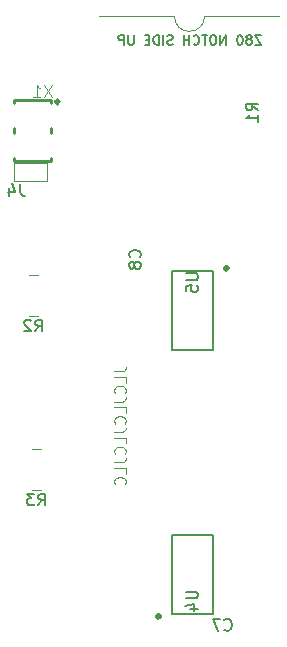
<source format=gbo>
G04 #@! TF.GenerationSoftware,KiCad,Pcbnew,8.0.6*
G04 #@! TF.CreationDate,2024-10-21T20:58:37-03:00*
G04 #@! TF.ProjectId,MSX_Goauld_Rev4_1,4d53585f-476f-4617-956c-645f52657634,rev?*
G04 #@! TF.SameCoordinates,Original*
G04 #@! TF.FileFunction,Legend,Bot*
G04 #@! TF.FilePolarity,Positive*
%FSLAX46Y46*%
G04 Gerber Fmt 4.6, Leading zero omitted, Abs format (unit mm)*
G04 Created by KiCad (PCBNEW 8.0.6) date 2024-10-21 20:58:37*
%MOMM*%
%LPD*%
G01*
G04 APERTURE LIST*
%ADD10C,0.120000*%
%ADD11C,0.100000*%
%ADD12C,0.130000*%
%ADD13C,0.150000*%
%ADD14C,0.250000*%
%ADD15C,0.300000*%
%ADD16C,1.320800*%
%ADD17C,1.500000*%
%ADD18R,1.500000X1.600000*%
%ADD19R,0.810000X0.860000*%
%ADD20O,1.740000X0.360000*%
%ADD21R,1.000000X1.016000*%
%ADD22R,0.860000X0.810000*%
%ADD23R,0.900000X0.400000*%
G04 APERTURE END LIST*
D10*
X169164000Y-74930000D02*
X175514000Y-74930000D01*
X169164000Y-74930000D02*
G75*
G02*
X166624000Y-74930000I-1270000J0D01*
G01*
X160274000Y-74930000D02*
X166624000Y-74930000D01*
D11*
X161509419Y-104983598D02*
X162223704Y-104983598D01*
X162223704Y-104983598D02*
X162366561Y-104935979D01*
X162366561Y-104935979D02*
X162461800Y-104840741D01*
X162461800Y-104840741D02*
X162509419Y-104697884D01*
X162509419Y-104697884D02*
X162509419Y-104602646D01*
X162509419Y-105935979D02*
X162509419Y-105459789D01*
X162509419Y-105459789D02*
X161509419Y-105459789D01*
X162414180Y-106840741D02*
X162461800Y-106793122D01*
X162461800Y-106793122D02*
X162509419Y-106650265D01*
X162509419Y-106650265D02*
X162509419Y-106555027D01*
X162509419Y-106555027D02*
X162461800Y-106412170D01*
X162461800Y-106412170D02*
X162366561Y-106316932D01*
X162366561Y-106316932D02*
X162271323Y-106269313D01*
X162271323Y-106269313D02*
X162080847Y-106221694D01*
X162080847Y-106221694D02*
X161937990Y-106221694D01*
X161937990Y-106221694D02*
X161747514Y-106269313D01*
X161747514Y-106269313D02*
X161652276Y-106316932D01*
X161652276Y-106316932D02*
X161557038Y-106412170D01*
X161557038Y-106412170D02*
X161509419Y-106555027D01*
X161509419Y-106555027D02*
X161509419Y-106650265D01*
X161509419Y-106650265D02*
X161557038Y-106793122D01*
X161557038Y-106793122D02*
X161604657Y-106840741D01*
X161509419Y-107555027D02*
X162223704Y-107555027D01*
X162223704Y-107555027D02*
X162366561Y-107507408D01*
X162366561Y-107507408D02*
X162461800Y-107412170D01*
X162461800Y-107412170D02*
X162509419Y-107269313D01*
X162509419Y-107269313D02*
X162509419Y-107174075D01*
X162509419Y-108507408D02*
X162509419Y-108031218D01*
X162509419Y-108031218D02*
X161509419Y-108031218D01*
X162414180Y-109412170D02*
X162461800Y-109364551D01*
X162461800Y-109364551D02*
X162509419Y-109221694D01*
X162509419Y-109221694D02*
X162509419Y-109126456D01*
X162509419Y-109126456D02*
X162461800Y-108983599D01*
X162461800Y-108983599D02*
X162366561Y-108888361D01*
X162366561Y-108888361D02*
X162271323Y-108840742D01*
X162271323Y-108840742D02*
X162080847Y-108793123D01*
X162080847Y-108793123D02*
X161937990Y-108793123D01*
X161937990Y-108793123D02*
X161747514Y-108840742D01*
X161747514Y-108840742D02*
X161652276Y-108888361D01*
X161652276Y-108888361D02*
X161557038Y-108983599D01*
X161557038Y-108983599D02*
X161509419Y-109126456D01*
X161509419Y-109126456D02*
X161509419Y-109221694D01*
X161509419Y-109221694D02*
X161557038Y-109364551D01*
X161557038Y-109364551D02*
X161604657Y-109412170D01*
X161509419Y-110126456D02*
X162223704Y-110126456D01*
X162223704Y-110126456D02*
X162366561Y-110078837D01*
X162366561Y-110078837D02*
X162461800Y-109983599D01*
X162461800Y-109983599D02*
X162509419Y-109840742D01*
X162509419Y-109840742D02*
X162509419Y-109745504D01*
X162509419Y-111078837D02*
X162509419Y-110602647D01*
X162509419Y-110602647D02*
X161509419Y-110602647D01*
X162414180Y-111983599D02*
X162461800Y-111935980D01*
X162461800Y-111935980D02*
X162509419Y-111793123D01*
X162509419Y-111793123D02*
X162509419Y-111697885D01*
X162509419Y-111697885D02*
X162461800Y-111555028D01*
X162461800Y-111555028D02*
X162366561Y-111459790D01*
X162366561Y-111459790D02*
X162271323Y-111412171D01*
X162271323Y-111412171D02*
X162080847Y-111364552D01*
X162080847Y-111364552D02*
X161937990Y-111364552D01*
X161937990Y-111364552D02*
X161747514Y-111412171D01*
X161747514Y-111412171D02*
X161652276Y-111459790D01*
X161652276Y-111459790D02*
X161557038Y-111555028D01*
X161557038Y-111555028D02*
X161509419Y-111697885D01*
X161509419Y-111697885D02*
X161509419Y-111793123D01*
X161509419Y-111793123D02*
X161557038Y-111935980D01*
X161557038Y-111935980D02*
X161604657Y-111983599D01*
X161509419Y-112697885D02*
X162223704Y-112697885D01*
X162223704Y-112697885D02*
X162366561Y-112650266D01*
X162366561Y-112650266D02*
X162461800Y-112555028D01*
X162461800Y-112555028D02*
X162509419Y-112412171D01*
X162509419Y-112412171D02*
X162509419Y-112316933D01*
X162509419Y-113650266D02*
X162509419Y-113174076D01*
X162509419Y-113174076D02*
X161509419Y-113174076D01*
X162414180Y-114555028D02*
X162461800Y-114507409D01*
X162461800Y-114507409D02*
X162509419Y-114364552D01*
X162509419Y-114364552D02*
X162509419Y-114269314D01*
X162509419Y-114269314D02*
X162461800Y-114126457D01*
X162461800Y-114126457D02*
X162366561Y-114031219D01*
X162366561Y-114031219D02*
X162271323Y-113983600D01*
X162271323Y-113983600D02*
X162080847Y-113935981D01*
X162080847Y-113935981D02*
X161937990Y-113935981D01*
X161937990Y-113935981D02*
X161747514Y-113983600D01*
X161747514Y-113983600D02*
X161652276Y-114031219D01*
X161652276Y-114031219D02*
X161557038Y-114126457D01*
X161557038Y-114126457D02*
X161509419Y-114269314D01*
X161509419Y-114269314D02*
X161509419Y-114364552D01*
X161509419Y-114364552D02*
X161557038Y-114507409D01*
X161557038Y-114507409D02*
X161604657Y-114555028D01*
D12*
X173951143Y-76525335D02*
X173417809Y-76525335D01*
X173417809Y-76525335D02*
X173951143Y-77325335D01*
X173951143Y-77325335D02*
X173417809Y-77325335D01*
X172998762Y-76868192D02*
X173074952Y-76830097D01*
X173074952Y-76830097D02*
X173113047Y-76792001D01*
X173113047Y-76792001D02*
X173151143Y-76715811D01*
X173151143Y-76715811D02*
X173151143Y-76677716D01*
X173151143Y-76677716D02*
X173113047Y-76601525D01*
X173113047Y-76601525D02*
X173074952Y-76563430D01*
X173074952Y-76563430D02*
X172998762Y-76525335D01*
X172998762Y-76525335D02*
X172846381Y-76525335D01*
X172846381Y-76525335D02*
X172770190Y-76563430D01*
X172770190Y-76563430D02*
X172732095Y-76601525D01*
X172732095Y-76601525D02*
X172694000Y-76677716D01*
X172694000Y-76677716D02*
X172694000Y-76715811D01*
X172694000Y-76715811D02*
X172732095Y-76792001D01*
X172732095Y-76792001D02*
X172770190Y-76830097D01*
X172770190Y-76830097D02*
X172846381Y-76868192D01*
X172846381Y-76868192D02*
X172998762Y-76868192D01*
X172998762Y-76868192D02*
X173074952Y-76906287D01*
X173074952Y-76906287D02*
X173113047Y-76944382D01*
X173113047Y-76944382D02*
X173151143Y-77020573D01*
X173151143Y-77020573D02*
X173151143Y-77172954D01*
X173151143Y-77172954D02*
X173113047Y-77249144D01*
X173113047Y-77249144D02*
X173074952Y-77287240D01*
X173074952Y-77287240D02*
X172998762Y-77325335D01*
X172998762Y-77325335D02*
X172846381Y-77325335D01*
X172846381Y-77325335D02*
X172770190Y-77287240D01*
X172770190Y-77287240D02*
X172732095Y-77249144D01*
X172732095Y-77249144D02*
X172694000Y-77172954D01*
X172694000Y-77172954D02*
X172694000Y-77020573D01*
X172694000Y-77020573D02*
X172732095Y-76944382D01*
X172732095Y-76944382D02*
X172770190Y-76906287D01*
X172770190Y-76906287D02*
X172846381Y-76868192D01*
X172198761Y-76525335D02*
X172122571Y-76525335D01*
X172122571Y-76525335D02*
X172046380Y-76563430D01*
X172046380Y-76563430D02*
X172008285Y-76601525D01*
X172008285Y-76601525D02*
X171970190Y-76677716D01*
X171970190Y-76677716D02*
X171932095Y-76830097D01*
X171932095Y-76830097D02*
X171932095Y-77020573D01*
X171932095Y-77020573D02*
X171970190Y-77172954D01*
X171970190Y-77172954D02*
X172008285Y-77249144D01*
X172008285Y-77249144D02*
X172046380Y-77287240D01*
X172046380Y-77287240D02*
X172122571Y-77325335D01*
X172122571Y-77325335D02*
X172198761Y-77325335D01*
X172198761Y-77325335D02*
X172274952Y-77287240D01*
X172274952Y-77287240D02*
X172313047Y-77249144D01*
X172313047Y-77249144D02*
X172351142Y-77172954D01*
X172351142Y-77172954D02*
X172389238Y-77020573D01*
X172389238Y-77020573D02*
X172389238Y-76830097D01*
X172389238Y-76830097D02*
X172351142Y-76677716D01*
X172351142Y-76677716D02*
X172313047Y-76601525D01*
X172313047Y-76601525D02*
X172274952Y-76563430D01*
X172274952Y-76563430D02*
X172198761Y-76525335D01*
X170979713Y-77325335D02*
X170979713Y-76525335D01*
X170979713Y-76525335D02*
X170522570Y-77325335D01*
X170522570Y-77325335D02*
X170522570Y-76525335D01*
X169989237Y-76525335D02*
X169836856Y-76525335D01*
X169836856Y-76525335D02*
X169760666Y-76563430D01*
X169760666Y-76563430D02*
X169684475Y-76639620D01*
X169684475Y-76639620D02*
X169646380Y-76792001D01*
X169646380Y-76792001D02*
X169646380Y-77058668D01*
X169646380Y-77058668D02*
X169684475Y-77211049D01*
X169684475Y-77211049D02*
X169760666Y-77287240D01*
X169760666Y-77287240D02*
X169836856Y-77325335D01*
X169836856Y-77325335D02*
X169989237Y-77325335D01*
X169989237Y-77325335D02*
X170065428Y-77287240D01*
X170065428Y-77287240D02*
X170141618Y-77211049D01*
X170141618Y-77211049D02*
X170179714Y-77058668D01*
X170179714Y-77058668D02*
X170179714Y-76792001D01*
X170179714Y-76792001D02*
X170141618Y-76639620D01*
X170141618Y-76639620D02*
X170065428Y-76563430D01*
X170065428Y-76563430D02*
X169989237Y-76525335D01*
X169417809Y-76525335D02*
X168960666Y-76525335D01*
X169189238Y-77325335D02*
X169189238Y-76525335D01*
X168236856Y-77249144D02*
X168274952Y-77287240D01*
X168274952Y-77287240D02*
X168389237Y-77325335D01*
X168389237Y-77325335D02*
X168465428Y-77325335D01*
X168465428Y-77325335D02*
X168579714Y-77287240D01*
X168579714Y-77287240D02*
X168655904Y-77211049D01*
X168655904Y-77211049D02*
X168693999Y-77134859D01*
X168693999Y-77134859D02*
X168732095Y-76982478D01*
X168732095Y-76982478D02*
X168732095Y-76868192D01*
X168732095Y-76868192D02*
X168693999Y-76715811D01*
X168693999Y-76715811D02*
X168655904Y-76639620D01*
X168655904Y-76639620D02*
X168579714Y-76563430D01*
X168579714Y-76563430D02*
X168465428Y-76525335D01*
X168465428Y-76525335D02*
X168389237Y-76525335D01*
X168389237Y-76525335D02*
X168274952Y-76563430D01*
X168274952Y-76563430D02*
X168236856Y-76601525D01*
X167893999Y-77325335D02*
X167893999Y-76525335D01*
X167893999Y-76906287D02*
X167436856Y-76906287D01*
X167436856Y-77325335D02*
X167436856Y-76525335D01*
X166484476Y-77287240D02*
X166370190Y-77325335D01*
X166370190Y-77325335D02*
X166179714Y-77325335D01*
X166179714Y-77325335D02*
X166103523Y-77287240D01*
X166103523Y-77287240D02*
X166065428Y-77249144D01*
X166065428Y-77249144D02*
X166027333Y-77172954D01*
X166027333Y-77172954D02*
X166027333Y-77096763D01*
X166027333Y-77096763D02*
X166065428Y-77020573D01*
X166065428Y-77020573D02*
X166103523Y-76982478D01*
X166103523Y-76982478D02*
X166179714Y-76944382D01*
X166179714Y-76944382D02*
X166332095Y-76906287D01*
X166332095Y-76906287D02*
X166408285Y-76868192D01*
X166408285Y-76868192D02*
X166446380Y-76830097D01*
X166446380Y-76830097D02*
X166484476Y-76753906D01*
X166484476Y-76753906D02*
X166484476Y-76677716D01*
X166484476Y-76677716D02*
X166446380Y-76601525D01*
X166446380Y-76601525D02*
X166408285Y-76563430D01*
X166408285Y-76563430D02*
X166332095Y-76525335D01*
X166332095Y-76525335D02*
X166141618Y-76525335D01*
X166141618Y-76525335D02*
X166027333Y-76563430D01*
X165684475Y-77325335D02*
X165684475Y-76525335D01*
X165303523Y-77325335D02*
X165303523Y-76525335D01*
X165303523Y-76525335D02*
X165113047Y-76525335D01*
X165113047Y-76525335D02*
X164998761Y-76563430D01*
X164998761Y-76563430D02*
X164922571Y-76639620D01*
X164922571Y-76639620D02*
X164884476Y-76715811D01*
X164884476Y-76715811D02*
X164846380Y-76868192D01*
X164846380Y-76868192D02*
X164846380Y-76982478D01*
X164846380Y-76982478D02*
X164884476Y-77134859D01*
X164884476Y-77134859D02*
X164922571Y-77211049D01*
X164922571Y-77211049D02*
X164998761Y-77287240D01*
X164998761Y-77287240D02*
X165113047Y-77325335D01*
X165113047Y-77325335D02*
X165303523Y-77325335D01*
X164503523Y-76906287D02*
X164236857Y-76906287D01*
X164122571Y-77325335D02*
X164503523Y-77325335D01*
X164503523Y-77325335D02*
X164503523Y-76525335D01*
X164503523Y-76525335D02*
X164122571Y-76525335D01*
X163170189Y-76525335D02*
X163170189Y-77172954D01*
X163170189Y-77172954D02*
X163132094Y-77249144D01*
X163132094Y-77249144D02*
X163093999Y-77287240D01*
X163093999Y-77287240D02*
X163017808Y-77325335D01*
X163017808Y-77325335D02*
X162865427Y-77325335D01*
X162865427Y-77325335D02*
X162789237Y-77287240D01*
X162789237Y-77287240D02*
X162751142Y-77249144D01*
X162751142Y-77249144D02*
X162713046Y-77172954D01*
X162713046Y-77172954D02*
X162713046Y-76525335D01*
X162332094Y-77325335D02*
X162332094Y-76525335D01*
X162332094Y-76525335D02*
X162027332Y-76525335D01*
X162027332Y-76525335D02*
X161951142Y-76563430D01*
X161951142Y-76563430D02*
X161913047Y-76601525D01*
X161913047Y-76601525D02*
X161874951Y-76677716D01*
X161874951Y-76677716D02*
X161874951Y-76792001D01*
X161874951Y-76792001D02*
X161913047Y-76868192D01*
X161913047Y-76868192D02*
X161951142Y-76906287D01*
X161951142Y-76906287D02*
X162027332Y-76944382D01*
X162027332Y-76944382D02*
X162332094Y-76944382D01*
D11*
X156255353Y-80737419D02*
X155588687Y-81737419D01*
X155588687Y-80737419D02*
X156255353Y-81737419D01*
X154683925Y-81737419D02*
X155255353Y-81737419D01*
X154969639Y-81737419D02*
X154969639Y-80737419D01*
X154969639Y-80737419D02*
X155064877Y-80880276D01*
X155064877Y-80880276D02*
X155160115Y-80975514D01*
X155160115Y-80975514D02*
X155255353Y-81023133D01*
D13*
X170854666Y-126851580D02*
X170902285Y-126899200D01*
X170902285Y-126899200D02*
X171045142Y-126946819D01*
X171045142Y-126946819D02*
X171140380Y-126946819D01*
X171140380Y-126946819D02*
X171283237Y-126899200D01*
X171283237Y-126899200D02*
X171378475Y-126803961D01*
X171378475Y-126803961D02*
X171426094Y-126708723D01*
X171426094Y-126708723D02*
X171473713Y-126518247D01*
X171473713Y-126518247D02*
X171473713Y-126375390D01*
X171473713Y-126375390D02*
X171426094Y-126184914D01*
X171426094Y-126184914D02*
X171378475Y-126089676D01*
X171378475Y-126089676D02*
X171283237Y-125994438D01*
X171283237Y-125994438D02*
X171140380Y-125946819D01*
X171140380Y-125946819D02*
X171045142Y-125946819D01*
X171045142Y-125946819D02*
X170902285Y-125994438D01*
X170902285Y-125994438D02*
X170854666Y-126042057D01*
X170521332Y-125946819D02*
X169854666Y-125946819D01*
X169854666Y-125946819D02*
X170283237Y-126946819D01*
X167602819Y-96691411D02*
X168412342Y-96691411D01*
X168412342Y-96691411D02*
X168507580Y-96739030D01*
X168507580Y-96739030D02*
X168555200Y-96786649D01*
X168555200Y-96786649D02*
X168602819Y-96881887D01*
X168602819Y-96881887D02*
X168602819Y-97072363D01*
X168602819Y-97072363D02*
X168555200Y-97167601D01*
X168555200Y-97167601D02*
X168507580Y-97215220D01*
X168507580Y-97215220D02*
X168412342Y-97262839D01*
X168412342Y-97262839D02*
X167602819Y-97262839D01*
X167602819Y-98215220D02*
X167602819Y-97739030D01*
X167602819Y-97739030D02*
X168079009Y-97691411D01*
X168079009Y-97691411D02*
X168031390Y-97739030D01*
X168031390Y-97739030D02*
X167983771Y-97834268D01*
X167983771Y-97834268D02*
X167983771Y-98072363D01*
X167983771Y-98072363D02*
X168031390Y-98167601D01*
X168031390Y-98167601D02*
X168079009Y-98215220D01*
X168079009Y-98215220D02*
X168174247Y-98262839D01*
X168174247Y-98262839D02*
X168412342Y-98262839D01*
X168412342Y-98262839D02*
X168507580Y-98215220D01*
X168507580Y-98215220D02*
X168555200Y-98167601D01*
X168555200Y-98167601D02*
X168602819Y-98072363D01*
X168602819Y-98072363D02*
X168602819Y-97834268D01*
X168602819Y-97834268D02*
X168555200Y-97739030D01*
X168555200Y-97739030D02*
X168507580Y-97691411D01*
X153555506Y-89116819D02*
X153555506Y-89831104D01*
X153555506Y-89831104D02*
X153603125Y-89973961D01*
X153603125Y-89973961D02*
X153698363Y-90069200D01*
X153698363Y-90069200D02*
X153841220Y-90116819D01*
X153841220Y-90116819D02*
X153936458Y-90116819D01*
X152650744Y-89450152D02*
X152650744Y-90116819D01*
X152888839Y-89069200D02*
X153126934Y-89783485D01*
X153126934Y-89783485D02*
X152507887Y-89783485D01*
X167602819Y-123643411D02*
X168412342Y-123643411D01*
X168412342Y-123643411D02*
X168507580Y-123691030D01*
X168507580Y-123691030D02*
X168555200Y-123738649D01*
X168555200Y-123738649D02*
X168602819Y-123833887D01*
X168602819Y-123833887D02*
X168602819Y-124024363D01*
X168602819Y-124024363D02*
X168555200Y-124119601D01*
X168555200Y-124119601D02*
X168507580Y-124167220D01*
X168507580Y-124167220D02*
X168412342Y-124214839D01*
X168412342Y-124214839D02*
X167602819Y-124214839D01*
X167936152Y-125119601D02*
X168602819Y-125119601D01*
X167555200Y-124881506D02*
X168269485Y-124643411D01*
X168269485Y-124643411D02*
X168269485Y-125262458D01*
X163681580Y-95337333D02*
X163729200Y-95289714D01*
X163729200Y-95289714D02*
X163776819Y-95146857D01*
X163776819Y-95146857D02*
X163776819Y-95051619D01*
X163776819Y-95051619D02*
X163729200Y-94908762D01*
X163729200Y-94908762D02*
X163633961Y-94813524D01*
X163633961Y-94813524D02*
X163538723Y-94765905D01*
X163538723Y-94765905D02*
X163348247Y-94718286D01*
X163348247Y-94718286D02*
X163205390Y-94718286D01*
X163205390Y-94718286D02*
X163014914Y-94765905D01*
X163014914Y-94765905D02*
X162919676Y-94813524D01*
X162919676Y-94813524D02*
X162824438Y-94908762D01*
X162824438Y-94908762D02*
X162776819Y-95051619D01*
X162776819Y-95051619D02*
X162776819Y-95146857D01*
X162776819Y-95146857D02*
X162824438Y-95289714D01*
X162824438Y-95289714D02*
X162872057Y-95337333D01*
X163205390Y-95908762D02*
X163157771Y-95813524D01*
X163157771Y-95813524D02*
X163110152Y-95765905D01*
X163110152Y-95765905D02*
X163014914Y-95718286D01*
X163014914Y-95718286D02*
X162967295Y-95718286D01*
X162967295Y-95718286D02*
X162872057Y-95765905D01*
X162872057Y-95765905D02*
X162824438Y-95813524D01*
X162824438Y-95813524D02*
X162776819Y-95908762D01*
X162776819Y-95908762D02*
X162776819Y-96099238D01*
X162776819Y-96099238D02*
X162824438Y-96194476D01*
X162824438Y-96194476D02*
X162872057Y-96242095D01*
X162872057Y-96242095D02*
X162967295Y-96289714D01*
X162967295Y-96289714D02*
X163014914Y-96289714D01*
X163014914Y-96289714D02*
X163110152Y-96242095D01*
X163110152Y-96242095D02*
X163157771Y-96194476D01*
X163157771Y-96194476D02*
X163205390Y-96099238D01*
X163205390Y-96099238D02*
X163205390Y-95908762D01*
X163205390Y-95908762D02*
X163253009Y-95813524D01*
X163253009Y-95813524D02*
X163300628Y-95765905D01*
X163300628Y-95765905D02*
X163395866Y-95718286D01*
X163395866Y-95718286D02*
X163586342Y-95718286D01*
X163586342Y-95718286D02*
X163681580Y-95765905D01*
X163681580Y-95765905D02*
X163729200Y-95813524D01*
X163729200Y-95813524D02*
X163776819Y-95908762D01*
X163776819Y-95908762D02*
X163776819Y-96099238D01*
X163776819Y-96099238D02*
X163729200Y-96194476D01*
X163729200Y-96194476D02*
X163681580Y-96242095D01*
X163681580Y-96242095D02*
X163586342Y-96289714D01*
X163586342Y-96289714D02*
X163395866Y-96289714D01*
X163395866Y-96289714D02*
X163300628Y-96242095D01*
X163300628Y-96242095D02*
X163253009Y-96194476D01*
X163253009Y-96194476D02*
X163205390Y-96099238D01*
X154852666Y-101606819D02*
X155185999Y-101130628D01*
X155424094Y-101606819D02*
X155424094Y-100606819D01*
X155424094Y-100606819D02*
X155043142Y-100606819D01*
X155043142Y-100606819D02*
X154947904Y-100654438D01*
X154947904Y-100654438D02*
X154900285Y-100702057D01*
X154900285Y-100702057D02*
X154852666Y-100797295D01*
X154852666Y-100797295D02*
X154852666Y-100940152D01*
X154852666Y-100940152D02*
X154900285Y-101035390D01*
X154900285Y-101035390D02*
X154947904Y-101083009D01*
X154947904Y-101083009D02*
X155043142Y-101130628D01*
X155043142Y-101130628D02*
X155424094Y-101130628D01*
X154471713Y-100702057D02*
X154424094Y-100654438D01*
X154424094Y-100654438D02*
X154328856Y-100606819D01*
X154328856Y-100606819D02*
X154090761Y-100606819D01*
X154090761Y-100606819D02*
X153995523Y-100654438D01*
X153995523Y-100654438D02*
X153947904Y-100702057D01*
X153947904Y-100702057D02*
X153900285Y-100797295D01*
X153900285Y-100797295D02*
X153900285Y-100892533D01*
X153900285Y-100892533D02*
X153947904Y-101035390D01*
X153947904Y-101035390D02*
X154519332Y-101606819D01*
X154519332Y-101606819D02*
X153900285Y-101606819D01*
X155106666Y-116338819D02*
X155439999Y-115862628D01*
X155678094Y-116338819D02*
X155678094Y-115338819D01*
X155678094Y-115338819D02*
X155297142Y-115338819D01*
X155297142Y-115338819D02*
X155201904Y-115386438D01*
X155201904Y-115386438D02*
X155154285Y-115434057D01*
X155154285Y-115434057D02*
X155106666Y-115529295D01*
X155106666Y-115529295D02*
X155106666Y-115672152D01*
X155106666Y-115672152D02*
X155154285Y-115767390D01*
X155154285Y-115767390D02*
X155201904Y-115815009D01*
X155201904Y-115815009D02*
X155297142Y-115862628D01*
X155297142Y-115862628D02*
X155678094Y-115862628D01*
X154773332Y-115338819D02*
X154154285Y-115338819D01*
X154154285Y-115338819D02*
X154487618Y-115719771D01*
X154487618Y-115719771D02*
X154344761Y-115719771D01*
X154344761Y-115719771D02*
X154249523Y-115767390D01*
X154249523Y-115767390D02*
X154201904Y-115815009D01*
X154201904Y-115815009D02*
X154154285Y-115910247D01*
X154154285Y-115910247D02*
X154154285Y-116148342D01*
X154154285Y-116148342D02*
X154201904Y-116243580D01*
X154201904Y-116243580D02*
X154249523Y-116291200D01*
X154249523Y-116291200D02*
X154344761Y-116338819D01*
X154344761Y-116338819D02*
X154630475Y-116338819D01*
X154630475Y-116338819D02*
X154725713Y-116291200D01*
X154725713Y-116291200D02*
X154773332Y-116243580D01*
X173682819Y-82891333D02*
X173206628Y-82558000D01*
X173682819Y-82319905D02*
X172682819Y-82319905D01*
X172682819Y-82319905D02*
X172682819Y-82700857D01*
X172682819Y-82700857D02*
X172730438Y-82796095D01*
X172730438Y-82796095D02*
X172778057Y-82843714D01*
X172778057Y-82843714D02*
X172873295Y-82891333D01*
X172873295Y-82891333D02*
X173016152Y-82891333D01*
X173016152Y-82891333D02*
X173111390Y-82843714D01*
X173111390Y-82843714D02*
X173159009Y-82796095D01*
X173159009Y-82796095D02*
X173206628Y-82700857D01*
X173206628Y-82700857D02*
X173206628Y-82319905D01*
X173682819Y-83843714D02*
X173682819Y-83272286D01*
X173682819Y-83558000D02*
X172682819Y-83558000D01*
X172682819Y-83558000D02*
X172825676Y-83462762D01*
X172825676Y-83462762D02*
X172920914Y-83367524D01*
X172920914Y-83367524D02*
X172968533Y-83272286D01*
D14*
X153010000Y-81996000D02*
X156210000Y-81996000D01*
X153010000Y-82296000D02*
X153010000Y-81996000D01*
X153010000Y-84836000D02*
X153010000Y-84356000D01*
X153010000Y-87196000D02*
X153010000Y-86896000D01*
X156210000Y-81996000D02*
X156210000Y-82296000D01*
X156210000Y-84356000D02*
X156210000Y-84836000D01*
X156210000Y-86896000D02*
X156210000Y-87196000D01*
X156210000Y-87196000D02*
X153010000Y-87196000D01*
D15*
X156559667Y-82165984D02*
G75*
G02*
X156560000Y-82176000I150333J-15D01*
G01*
D13*
X166378000Y-96492000D02*
X169918000Y-96492000D01*
X166378000Y-103152000D02*
X166378000Y-96492000D01*
X169918000Y-96492000D02*
X169918000Y-103152000D01*
X169918000Y-103152000D02*
X166378000Y-103152000D01*
D15*
X171168000Y-96262000D02*
G75*
G02*
X170868000Y-96262000I-150000J0D01*
G01*
X170868000Y-96262000D02*
G75*
G02*
X171168000Y-96262000I150000J0D01*
G01*
D10*
X153032000Y-87376000D02*
X155832000Y-87376000D01*
X153032000Y-88900000D02*
X153032000Y-87376000D01*
X155832000Y-87376000D02*
X155832000Y-88900000D01*
X155832000Y-88900000D02*
X153032000Y-88900000D01*
D13*
X166378000Y-118844000D02*
X169918000Y-118844000D01*
X166378000Y-125504000D02*
X166378000Y-118844000D01*
X169918000Y-118844000D02*
X169918000Y-125504000D01*
X169918000Y-125504000D02*
X166378000Y-125504000D01*
D15*
X165428000Y-125734000D02*
G75*
G02*
X165128000Y-125734000I-150000J0D01*
G01*
X165128000Y-125734000D02*
G75*
G02*
X165428000Y-125734000I150000J0D01*
G01*
D10*
X154286000Y-96832000D02*
X155086000Y-96832000D01*
X154286000Y-100272000D02*
X155086000Y-100272000D01*
X154540000Y-111564000D02*
X155340000Y-111564000D01*
X154540000Y-115004000D02*
X155340000Y-115004000D01*
%LPC*%
D16*
X178059000Y-124206000D03*
X178059000Y-121666000D03*
X178059000Y-119126000D03*
X178059000Y-116586000D03*
X178059000Y-114046000D03*
X178059000Y-111506000D03*
X178059000Y-108966000D03*
X178059000Y-106426000D03*
X178059000Y-103886000D03*
X178059000Y-101346000D03*
X178059000Y-98806000D03*
X178059000Y-96266000D03*
X178059000Y-93726000D03*
X178059000Y-91186000D03*
X178059000Y-88646000D03*
X178059000Y-86106000D03*
X178059000Y-83566000D03*
X178059000Y-81026000D03*
X178059000Y-78486000D03*
X178059000Y-75946000D03*
X157739000Y-75946000D03*
X157739000Y-78486000D03*
X157739000Y-81026000D03*
X157739000Y-83566000D03*
X157739000Y-86106000D03*
X157739000Y-88646000D03*
X157739000Y-91186000D03*
X157739000Y-93726000D03*
X157739000Y-96266000D03*
X157739000Y-98806000D03*
X157739000Y-101346000D03*
X157739000Y-103886000D03*
X157739000Y-106426000D03*
X157739000Y-108966000D03*
X157739000Y-111506000D03*
X157739000Y-114046000D03*
X157739000Y-116586000D03*
X157739000Y-119126000D03*
X157739000Y-121666000D03*
X157739000Y-124206000D03*
D17*
X153670000Y-104902000D03*
X153670000Y-107442000D03*
X153670000Y-109982000D03*
X160274000Y-77302900D03*
X160274000Y-79842900D03*
X160274000Y-82382900D03*
X160274000Y-84922900D03*
X160274000Y-87462900D03*
X160274000Y-90002900D03*
X160274000Y-92542900D03*
X160274000Y-95082900D03*
X160274000Y-97622900D03*
X160274000Y-100162900D03*
X160274000Y-102702900D03*
X160274000Y-105242900D03*
X160274000Y-107782900D03*
X160274000Y-110322900D03*
X160274000Y-112862900D03*
X160274000Y-115402900D03*
X160274000Y-117942900D03*
X160274000Y-120482900D03*
X160274000Y-123022900D03*
X160274000Y-125562900D03*
X175514000Y-125562900D03*
X175514000Y-123022900D03*
X175514000Y-120482900D03*
X175514000Y-117942900D03*
X175514000Y-115402900D03*
X175514000Y-112862900D03*
X175514000Y-110322900D03*
X175514000Y-107782900D03*
X175514000Y-105242900D03*
X175514000Y-102702900D03*
X175514000Y-100162900D03*
X175514000Y-97622900D03*
X175514000Y-95082900D03*
X175514000Y-92542900D03*
X175514000Y-90002900D03*
X175514000Y-87462900D03*
X175514000Y-84922900D03*
X175514000Y-82382900D03*
X175514000Y-79842900D03*
X175514000Y-77302900D03*
D18*
X155710000Y-83326000D03*
X155710000Y-85866000D03*
X153510000Y-85866000D03*
X153510000Y-83326000D03*
D19*
X169152000Y-126238000D03*
X167652000Y-126238000D03*
D20*
X171018000Y-96892000D03*
X171018000Y-97542000D03*
X171018000Y-98192000D03*
X171018000Y-98842000D03*
X171018000Y-99502000D03*
X171018000Y-100152000D03*
X171018000Y-100802000D03*
X171018000Y-101452000D03*
X171018000Y-102102000D03*
X171018000Y-102752000D03*
X165278000Y-102752000D03*
X165278000Y-102102000D03*
X165278000Y-101452000D03*
X165278000Y-100802000D03*
X165278000Y-100152000D03*
X165278000Y-99502000D03*
X165278000Y-98842000D03*
X165278000Y-98192000D03*
X165278000Y-97542000D03*
X165278000Y-96892000D03*
D21*
X155082000Y-88138000D03*
X153782000Y-88138000D03*
D20*
X165278000Y-125104000D03*
X165278000Y-124454000D03*
X165278000Y-123804000D03*
X165278000Y-123154000D03*
X165278000Y-122494000D03*
X165278000Y-121844000D03*
X165278000Y-121194000D03*
X165278000Y-120544000D03*
X165278000Y-119894000D03*
X165278000Y-119244000D03*
X171018000Y-119244000D03*
X171018000Y-119894000D03*
X171018000Y-120544000D03*
X171018000Y-121194000D03*
X171018000Y-121844000D03*
X171018000Y-122494000D03*
X171018000Y-123154000D03*
X171018000Y-123804000D03*
X171018000Y-124454000D03*
X171018000Y-125104000D03*
D22*
X162052000Y-97536000D03*
X162052000Y-96036000D03*
D23*
X153836000Y-99752000D03*
X153836000Y-98952000D03*
X153836000Y-98152000D03*
X153836000Y-97352000D03*
X155536000Y-97352000D03*
X155536000Y-98152000D03*
X155536000Y-98952000D03*
X155536000Y-99752000D03*
X154090000Y-114484000D03*
X154090000Y-113684000D03*
X154090000Y-112884000D03*
X154090000Y-112084000D03*
X155790000Y-112084000D03*
X155790000Y-112884000D03*
X155790000Y-113684000D03*
X155790000Y-114484000D03*
D22*
X173228000Y-80022000D03*
X173228000Y-81522000D03*
%LPD*%
M02*

</source>
